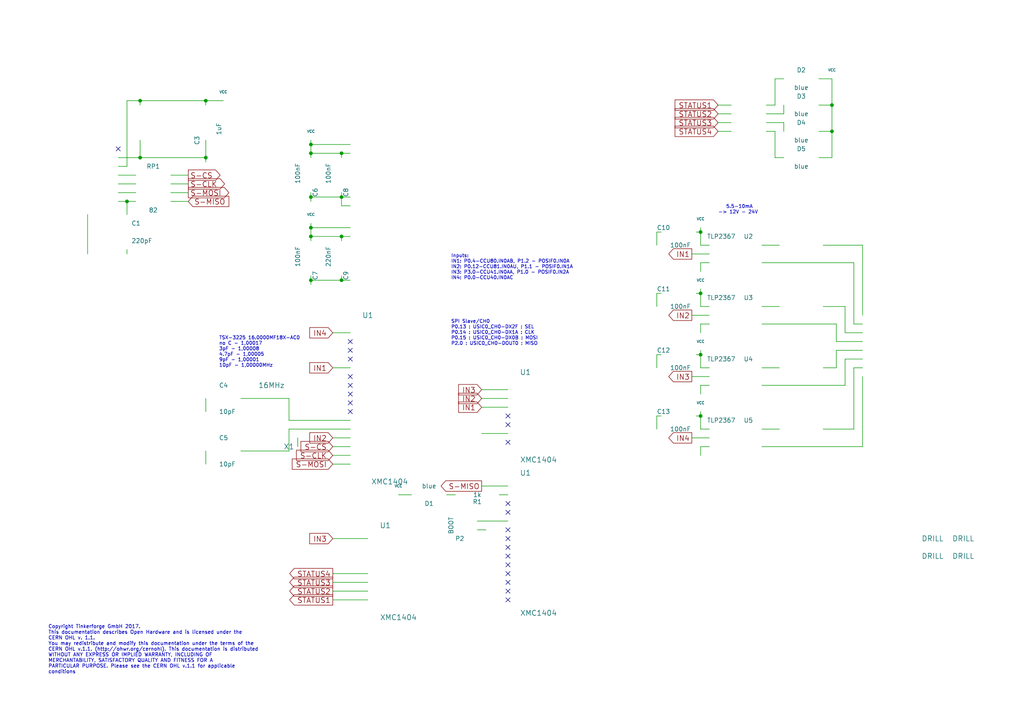
<source format=kicad_sch>
(kicad_sch (version 20230121) (generator eeschema)
  (paper "A4")
  (title_block (title "Industrial Counter Bricklet") (date "2017-09-15") (rev "1.0") (company "Tinkerforge GmbH") (comment 1 "Licensed under CERN OHL v.1.1") (comment 2 "Copyright (©) 2017, B.Nordmeyer <bastian@tinkerforge.com>"))
  (lib_symbols)
  (junction (at 99.06 68.58))
  (junction (at 203.2 102.87))
  (junction (at 99.06 81.28))
  (junction (at 90.17 66.04))
  (junction (at 59.69 29.21))
  (junction (at 40.64 45.72))
  (junction (at 90.17 57.15))
  (junction (at 241.3 30.48))
  (junction (at 203.2 67.31))
  (junction (at 99.06 57.15))
  (junction (at 99.06 44.45))
  (junction (at 40.64 29.21))
  (junction (at 90.17 41.91))
  (junction (at 90.17 68.58))
  (junction (at 59.69 45.72))
  (junction (at 203.2 85.09))
  (junction (at 36.83 58.42))
  (junction (at 90.17 81.28))
  (junction (at 203.2 120.65))
  (junction (at 90.17 44.45))
  (junction (at 241.3 38.1))
  (no_connect (at 147.32 146.05))
  (no_connect (at 101.6 119.38))
  (no_connect (at 147.32 148.59))
  (no_connect (at 147.32 171.45))
  (no_connect (at 147.32 156.21))
  (no_connect (at 147.32 128.27))
  (no_connect (at 147.32 153.67))
  (no_connect (at 101.6 116.84))
  (no_connect (at 101.6 101.6))
  (no_connect (at 147.32 158.75))
  (no_connect (at 101.6 111.76))
  (no_connect (at 147.32 168.91))
  (no_connect (at 147.32 120.65))
  (no_connect (at 101.6 104.14))
  (no_connect (at 147.32 163.83))
  (no_connect (at 147.32 161.29))
  (no_connect (at 147.32 173.99))
  (no_connect (at 147.32 123.19))
  (no_connect (at 101.6 114.3))
  (no_connect (at 101.6 99.06))
  (no_connect (at 101.6 109.22))
  (no_connect (at 34.29 43.18))
  (no_connect (at 147.32 166.37))
  (wire (pts (xy 237.49 22.86) (xy 241.3 22.86)))
  (wire (pts (xy 238.76 88.9) (xy 245.11 88.9)))
  (wire (pts (xy 203.2 124.46) (xy 205.74 124.46)))
  (wire (pts (xy 203.2 102.87) (xy 201.93 102.87)))
  (wire (pts (xy 40.64 45.72) (xy 40.64 40.64)))
  (wire (pts (xy 49.53 53.34) (xy 54.61 53.34)))
  (wire (pts (xy 59.69 30.48) (xy 59.69 29.21)))
  (wire (pts (xy 106.68 166.37) (xy 96.52 166.37)))
  (wire (pts (xy 138.43 151.13) (xy 147.32 151.13)))
  (wire (pts (xy 203.2 66.04) (xy 203.2 67.31)))
  (wire (pts (xy 241.3 38.1) (xy 237.49 38.1)))
  (wire (pts (xy 200.66 109.22) (xy 205.74 109.22)))
  (wire (pts (xy 96.52 127) (xy 101.6 127)))
  (wire (pts (xy 34.29 48.26) (xy 36.83 48.26)))
  (wire (pts (xy 96.52 173.99) (xy 106.68 173.99)))
  (wire (pts (xy 203.2 85.09) (xy 201.93 85.09)))
  (wire (pts (xy 86.36 129.54) (xy 86.36 127)))
  (wire (pts (xy 101.6 132.08) (xy 96.52 132.08)))
  (wire (pts (xy 139.7 125.73) (xy 147.32 125.73)))
  (wire (pts (xy 247.65 106.68) (xy 247.65 124.46)))
  (wire (pts (xy 115.57 143.51) (xy 119.38 143.51)))
  (wire (pts (xy 90.17 66.04) (xy 90.17 68.58)))
  (wire (pts (xy 96.52 129.54) (xy 101.6 129.54)))
  (wire (pts (xy 242.57 99.06) (xy 242.57 93.98)))
  (wire (pts (xy 203.2 120.65) (xy 201.93 120.65)))
  (wire (pts (xy 99.06 44.45) (xy 99.06 45.72)))
  (wire (pts (xy 227.33 35.56) (xy 227.33 38.1)))
  (wire (pts (xy 203.2 106.68) (xy 205.74 106.68)))
  (wire (pts (xy 203.2 93.98) (xy 203.2 96.52)))
  (wire (pts (xy 250.19 99.06) (xy 242.57 99.06)))
  (wire (pts (xy 96.52 106.68) (xy 101.6 106.68)))
  (wire (pts (xy 99.06 59.69) (xy 101.6 59.69)))
  (wire (pts (xy 99.06 57.15) (xy 99.06 59.69)))
  (wire (pts (xy 190.5 88.9) (xy 190.5 85.09)))
  (wire (pts (xy 83.82 124.46) (xy 101.6 124.46)))
  (wire (pts (xy 99.06 68.58) (xy 99.06 69.85)))
  (wire (pts (xy 36.83 29.21) (xy 40.64 29.21)))
  (wire (pts (xy 90.17 40.64) (xy 90.17 41.91)))
  (wire (pts (xy 90.17 64.77) (xy 90.17 66.04)))
  (wire (pts (xy 203.2 88.9) (xy 205.74 88.9)))
  (wire (pts (xy 90.17 68.58) (xy 90.17 69.85)))
  (wire (pts (xy 40.64 45.72) (xy 34.29 45.72)))
  (wire (pts (xy 138.43 153.67) (xy 140.97 153.67)))
  (wire (pts (xy 241.3 45.72) (xy 237.49 45.72)))
  (wire (pts (xy 96.52 168.91) (xy 106.68 168.91)))
  (wire (pts (xy 208.28 30.48) (xy 212.09 30.48)))
  (wire (pts (xy 241.3 30.48) (xy 241.3 38.1)))
  (wire (pts (xy 205.74 93.98) (xy 203.2 93.98)))
  (wire (pts (xy 200.66 73.66) (xy 205.74 73.66)))
  (wire (pts (xy 83.82 121.92) (xy 101.6 121.92)))
  (wire (pts (xy 90.17 55.88) (xy 90.17 57.15)))
  (wire (pts (xy 139.7 113.03) (xy 147.32 113.03)))
  (wire (pts (xy 203.2 71.12) (xy 205.74 71.12)))
  (wire (pts (xy 227.33 33.02) (xy 227.33 30.48)))
  (wire (pts (xy 203.2 76.2) (xy 203.2 78.74)))
  (wire (pts (xy 101.6 41.91) (xy 90.17 41.91)))
  (wire (pts (xy 147.32 118.11) (xy 139.7 118.11)))
  (wire (pts (xy 247.65 124.46) (xy 238.76 124.46)))
  (wire (pts (xy 36.83 58.42) (xy 39.37 58.42)))
  (wire (pts (xy 250.19 71.12) (xy 250.19 91.44)))
  (wire (pts (xy 208.28 33.02) (xy 212.09 33.02)))
  (wire (pts (xy 242.57 93.98) (xy 220.98 93.98)))
  (wire (pts (xy 59.69 29.21) (xy 64.77 29.21)))
  (wire (pts (xy 205.74 76.2) (xy 203.2 76.2)))
  (wire (pts (xy 203.2 111.76) (xy 203.2 114.3)))
  (wire (pts (xy 224.79 38.1) (xy 222.25 38.1)))
  (wire (pts (xy 203.2 120.65) (xy 203.2 124.46)))
  (wire (pts (xy 200.66 127) (xy 205.74 127)))
  (wire (pts (xy 69.85 130.81) (xy 83.82 130.81)))
  (wire (pts (xy 90.17 80.01) (xy 90.17 81.28)))
  (wire (pts (xy 250.19 93.98) (xy 247.65 93.98)))
  (wire (pts (xy 99.06 57.15) (xy 90.17 57.15)))
  (wire (pts (xy 139.7 115.57) (xy 147.32 115.57)))
  (wire (pts (xy 220.98 88.9) (xy 226.06 88.9)))
  (wire (pts (xy 59.69 119.38) (xy 59.69 115.57)))
  (wire (pts (xy 34.29 58.42) (xy 36.83 58.42)))
  (wire (pts (xy 224.79 22.86) (xy 227.33 22.86)))
  (wire (pts (xy 69.85 115.57) (xy 83.82 115.57)))
  (wire (pts (xy 226.06 124.46) (xy 220.98 124.46)))
  (wire (pts (xy 59.69 40.64) (xy 59.69 45.72)))
  (wire (pts (xy 90.17 81.28) (xy 90.17 82.55)))
  (wire (pts (xy 101.6 57.15) (xy 99.06 57.15)))
  (wire (pts (xy 99.06 81.28) (xy 101.6 81.28)))
  (wire (pts (xy 25.4 62.23) (xy 25.4 73.66)))
  (wire (pts (xy 203.2 101.6) (xy 203.2 102.87)))
  (wire (pts (xy 99.06 55.88) (xy 99.06 57.15)))
  (wire (pts (xy 241.3 22.86) (xy 241.3 30.48)))
  (wire (pts (xy 224.79 45.72) (xy 227.33 45.72)))
  (wire (pts (xy 59.69 45.72) (xy 59.69 46.99)))
  (wire (pts (xy 220.98 71.12) (xy 226.06 71.12)))
  (wire (pts (xy 90.17 41.91) (xy 90.17 44.45)))
  (wire (pts (xy 139.7 140.97) (xy 147.32 140.97)))
  (wire (pts (xy 190.5 71.12) (xy 190.5 67.31)))
  (wire (pts (xy 241.3 38.1) (xy 241.3 45.72)))
  (wire (pts (xy 245.11 104.14) (xy 245.11 111.76)))
  (wire (pts (xy 250.19 106.68) (xy 247.65 106.68)))
  (wire (pts (xy 90.17 81.28) (xy 99.06 81.28)))
  (wire (pts (xy 203.2 83.82) (xy 203.2 85.09)))
  (wire (pts (xy 99.06 44.45) (xy 101.6 44.45)))
  (wire (pts (xy 34.29 50.8) (xy 39.37 50.8)))
  (wire (pts (xy 224.79 38.1) (xy 224.79 45.72)))
  (wire (pts (xy 224.79 30.48) (xy 224.79 22.86)))
  (wire (pts (xy 90.17 68.58) (xy 99.06 68.58)))
  (wire (pts (xy 241.3 30.48) (xy 237.49 30.48)))
  (wire (pts (xy 238.76 106.68) (xy 242.57 106.68)))
  (wire (pts (xy 99.06 81.28) (xy 99.06 80.01)))
  (wire (pts (xy 144.78 143.51) (xy 147.32 143.51)))
  (wire (pts (xy 36.83 62.23) (xy 36.83 58.42)))
  (wire (pts (xy 40.64 30.48) (xy 40.64 29.21)))
  (wire (pts (xy 36.83 48.26) (xy 36.83 29.21)))
  (wire (pts (xy 245.11 88.9) (xy 245.11 96.52)))
  (wire (pts (xy 90.17 44.45) (xy 99.06 44.45)))
  (wire (pts (xy 238.76 71.12) (xy 250.19 71.12)))
  (wire (pts (xy 203.2 129.54) (xy 203.2 132.08)))
  (wire (pts (xy 90.17 44.45) (xy 90.17 45.72)))
  (wire (pts (xy 203.2 85.09) (xy 203.2 88.9)))
  (wire (pts (xy 49.53 55.88) (xy 54.61 55.88)))
  (wire (pts (xy 247.65 76.2) (xy 220.98 76.2)))
  (wire (pts (xy 242.57 106.68) (xy 242.57 101.6)))
  (wire (pts (xy 49.53 50.8) (xy 54.61 50.8)))
  (wire (pts (xy 247.65 93.98) (xy 247.65 76.2)))
  (wire (pts (xy 90.17 57.15) (xy 90.17 58.42)))
  (wire (pts (xy 205.74 111.76) (xy 203.2 111.76)))
  (wire (pts (xy 220.98 106.68) (xy 226.06 106.68)))
  (wire (pts (xy 83.82 130.81) (xy 83.82 124.46)))
  (wire (pts (xy 222.25 35.56) (xy 227.33 35.56)))
  (wire (pts (xy 36.83 72.39) (xy 36.83 73.66)))
  (wire (pts (xy 34.29 53.34) (xy 39.37 53.34)))
  (wire (pts (xy 34.29 55.88) (xy 39.37 55.88)))
  (wire (pts (xy 245.11 111.76) (xy 220.98 111.76)))
  (wire (pts (xy 190.5 102.87) (xy 191.77 102.87)))
  (wire (pts (xy 83.82 115.57) (xy 83.82 121.92)))
  (wire (pts (xy 96.52 156.21) (xy 106.68 156.21)))
  (wire (pts (xy 40.64 29.21) (xy 59.69 29.21)))
  (wire (pts (xy 203.2 67.31) (xy 203.2 71.12)))
  (wire (pts (xy 205.74 129.54) (xy 203.2 129.54)))
  (wire (pts (xy 190.5 67.31) (xy 191.77 67.31)))
  (wire (pts (xy 208.28 38.1) (xy 212.09 38.1)))
  (wire (pts (xy 96.52 134.62) (xy 101.6 134.62)))
  (wire (pts (xy 190.5 124.46) (xy 190.5 120.65)))
  (wire (pts (xy 245.11 96.52) (xy 250.19 96.52)))
  (wire (pts (xy 190.5 106.68) (xy 190.5 102.87)))
  (wire (pts (xy 203.2 67.31) (xy 201.93 67.31)))
  (wire (pts (xy 250.19 129.54) (xy 250.19 109.22)))
  (wire (pts (xy 190.5 120.65) (xy 191.77 120.65)))
  (wire (pts (xy 129.54 143.51) (xy 132.08 143.51)))
  (wire (pts (xy 96.52 96.52) (xy 101.6 96.52)))
  (wire (pts (xy 190.5 85.09) (xy 191.77 85.09)))
  (wire (pts (xy 200.66 91.44) (xy 205.74 91.44)))
  (wire (pts (xy 49.53 58.42) (xy 54.61 58.42)))
  (wire (pts (xy 203.2 102.87) (xy 203.2 106.68)))
  (wire (pts (xy 208.28 35.56) (xy 212.09 35.56)))
  (wire (pts (xy 101.6 66.04) (xy 90.17 66.04)))
  (wire (pts (xy 59.69 134.62) (xy 59.69 130.81)))
  (wire (pts (xy 203.2 119.38) (xy 203.2 120.65)))
  (wire (pts (xy 250.19 104.14) (xy 245.11 104.14)))
  (wire (pts (xy 222.25 33.02) (xy 227.33 33.02)))
  (wire (pts (xy 59.69 45.72) (xy 40.64 45.72)))
  (wire (pts (xy 220.98 129.54) (xy 250.19 129.54)))
  (wire (pts (xy 106.68 171.45) (xy 96.52 171.45)))
  (wire (pts (xy 222.25 30.48) (xy 224.79 30.48)))
  (wire (pts (xy 242.57 101.6) (xy 250.19 101.6)))
  (wire (pts (xy 99.06 68.58) (xy 101.6 68.58)))
  (text "SPI Slave/CH0\nP0.13 : USIC0_CH0-DX2F : SEL\nP0.14 : USIC0_CH0-DX1A : CLK\nP0.15 : USIC0_CH0-DX0B : MOSI\nP2.0 : USIC0_CH0-DOUT0 : MISO" (at 130.81 100.33 0) (effects (font (size 0.9906 0.9906)) (justify left bottom)))
  (text "   5.5-10mA\n-> 12V - 24V" (at 208.28 62.23 0) (effects (font (size 0.9906 0.9906)) (justify left bottom)))
  (text "Copyright Tinkerforge GmbH 2017.\nThis documentation describes Open Hardware and is licensed under the\nCERN OHL v. 1.1.\nYou may redistribute and modify this documentation under the terms of the\nCERN OHL v.1.1. (http://ohwr.org/cernohl). This documentation is distributed\nWITHOUT ANY EXPRESS OR IMPLIED WARRANTY, INCLUDING OF\nMERCHANTABILITY, SATISFACTORY QUALITY AND FITNESS FOR A\nPARTICULAR PURPOSE. Please see the CERN OHL v.1.1 for applicable\nconditions\n" (at 13.97 195.58 0) (effects (font (size 1.016 1.016)) (justify left bottom)))
  (text "Inputs:\nIN1: P0.4-CCU80.IN0AB, P1.2 - POSIF0.IN0A\nIN2: P0.12-CCU81.IN0AU, P1.1 - POSIF0.IN1A\nIN3: P3.0-CCU41.IN0AA, P1.0 - POSIF0.IN2A\nIN4: P0.0-CCU40.IN0AC" (at 130.81 81.28 0) (effects (font (size 0.9906 0.9906)) (justify left bottom)))
  (text "TSX-3225 16.0000MF18X-AC0\nno C - 1,00017\n3pF - 1,00008\n4.7pF - 1,00005\n9pF - 1,00001\n10pF - 1,00000MHz" (at 63.5 106.68 0) (effects (font (size 0.9906 0.9906)) (justify left bottom)))
  (global_label "STATUS4" (shape input) (at 208.28 38.1 180) (effects (font (size 1.524 1.524))) (property "Intersheetrefs" "${INTERSHEET_REFS}" (effects hide)))
  (global_label "S-MISO" (shape input) (at 54.61 58.42 0) (effects (font (size 1.524 1.524))) (property "Intersheetrefs" "${INTERSHEET_REFS}" (effects hide)))
  (global_label "IN2" (shape input) (at 96.52 127 180) (effects (font (size 1.524 1.524))) (property "Intersheetrefs" "${INTERSHEET_REFS}" (effects hide)))
  (global_label "STATUS3" (shape output) (at 96.52 168.91 180) (effects (font (size 1.524 1.524))) (property "Intersheetrefs" "${INTERSHEET_REFS}" (effects hide)))
  (global_label "S-MOSI" (shape output) (at 54.61 55.88 0) (effects (font (size 1.524 1.524))) (property "Intersheetrefs" "${INTERSHEET_REFS}" (effects hide)))
  (global_label "S-MISO" (shape output) (at 139.7 140.97 180) (effects (font (size 1.524 1.524))) (property "Intersheetrefs" "${INTERSHEET_REFS}" (effects hide)))
  (global_label "IN1" (shape input) (at 96.52 106.68 180) (effects (font (size 1.524 1.524))) (property "Intersheetrefs" "${INTERSHEET_REFS}" (effects hide)))
  (global_label "STATUS3" (shape input) (at 208.28 35.56 180) (effects (font (size 1.524 1.524))) (property "Intersheetrefs" "${INTERSHEET_REFS}" (effects hide)))
  (global_label "STATUS2" (shape output) (at 96.52 171.45 180) (effects (font (size 1.524 1.524))) (property "Intersheetrefs" "${INTERSHEET_REFS}" (effects hide)))
  (global_label "IN3" (shape input) (at 139.7 113.03 180) (effects (font (size 1.524 1.524))) (property "Intersheetrefs" "${INTERSHEET_REFS}" (effects hide)))
  (global_label "IN3" (shape output) (at 200.66 109.22 180) (effects (font (size 1.524 1.524))) (property "Intersheetrefs" "${INTERSHEET_REFS}" (effects hide)))
  (global_label "IN4" (shape input) (at 96.52 96.52 180) (effects (font (size 1.524 1.524))) (property "Intersheetrefs" "${INTERSHEET_REFS}" (effects hide)))
  (global_label "IN2" (shape input) (at 139.7 115.57 180) (effects (font (size 1.524 1.524))) (property "Intersheetrefs" "${INTERSHEET_REFS}" (effects hide)))
  (global_label "IN4" (shape output) (at 200.66 127 180) (effects (font (size 1.524 1.524))) (property "Intersheetrefs" "${INTERSHEET_REFS}" (effects hide)))
  (global_label "IN2" (shape output) (at 200.66 91.44 180) (effects (font (size 1.524 1.524))) (property "Intersheetrefs" "${INTERSHEET_REFS}" (effects hide)))
  (global_label "STATUS2" (shape input) (at 208.28 33.02 180) (effects (font (size 1.524 1.524))) (property "Intersheetrefs" "${INTERSHEET_REFS}" (effects hide)))
  (global_label "IN1" (shape output) (at 200.66 73.66 180) (effects (font (size 1.524 1.524))) (property "Intersheetrefs" "${INTERSHEET_REFS}" (effects hide)))
  (global_label "STATUS1" (shape input) (at 208.28 30.48 180) (effects (font (size 1.524 1.524))) (property "Intersheetrefs" "${INTERSHEET_REFS}" (effects hide)))
  (global_label "S-CLK" (shape input) (at 96.52 132.08 180) (effects (font (size 1.524 1.524))) (property "Intersheetrefs" "${INTERSHEET_REFS}" (effects hide)))
  (global_label "S-CS" (shape input) (at 96.52 129.54 180) (effects (font (size 1.524 1.524))) (property "Intersheetrefs" "${INTERSHEET_REFS}" (effects hide)))
  (global_label "S-MOSI" (shape input) (at 96.52 134.62 180) (effects (font (size 1.524 1.524))) (property "Intersheetrefs" "${INTERSHEET_REFS}" (effects hide)))
  (global_label "S-CLK" (shape output) (at 54.61 53.34 0) (effects (font (size 1.524 1.524))) (property "Intersheetrefs" "${INTERSHEET_REFS}" (effects hide)))
  (global_label "S-CS" (shape output) (at 54.61 50.8 0) (effects (font (size 1.524 1.524))) (property "Intersheetrefs" "${INTERSHEET_REFS}" (effects hide)))
  (global_label "IN3" (shape input) (at 96.52 156.21 180) (effects (font (size 1.524 1.524))) (property "Intersheetrefs" "${INTERSHEET_REFS}" (effects hide)))
  (global_label "STATUS1" (shape output) (at 96.52 173.99 180) (effects (font (size 1.524 1.524))) (property "Intersheetrefs" "${INTERSHEET_REFS}" (effects hide)))
  (global_label "STATUS4" (shape output) (at 96.52 166.37 180) (effects (font (size 1.524 1.524))) (property "Intersheetrefs" "${INTERSHEET_REFS}" (effects hide)))
  (global_label "IN1" (shape input) (at 139.7 118.11 180) (effects (font (size 1.524 1.524))) (property "Intersheetrefs" "${INTERSHEET_REFS}" (effects hide)))
  (symbol (lib_id "CON-SENSOR2") (at 25.4 50.8 0) (mirror y) (unit 1)
    (property "Reference" "P1" (at 21.59 40.64 0) (effects (font (size 1.524 1.524))))
    (property "Value" "CON-SENSOR2" (at 21.59 50.8 90) (effects (font (size 1.524 1.524))))
    (property "Footprint" "kicad-libraries:CON-SENSOR2" (effects hide))
  )
  (symbol (lib_id "VCC") (at 64.77 29.21 0) (unit 1)
    (property "Reference" "#PWR01" (effects hide))
    (property "Value" "VCC" (at 64.77 26.67 0) (effects (font (size 0.762 0.762))))
  )
  (symbol (lib_id "DRILL") (at 279.4 156.21 0) (unit 1)
    (property "Reference" "U8" (effects hide))
    (property "Value" "DRILL" (at 279.4 156.21 0) (effects (font (size 1.524 1.524))))
    (property "Footprint" "kicad-libraries:DRILL_NP" (effects hide))
  )
  (symbol (lib_id "DRILL") (at 279.4 161.29 0) (unit 1)
    (property "Reference" "U9" (effects hide))
    (property "Value" "DRILL" (at 279.4 161.29 0) (effects (font (size 1.524 1.524))))
    (property "Footprint" "kicad-libraries:DRILL_NP" (effects hide))
  )
  (symbol (lib_id "DRILL") (at 270.51 161.29 0) (unit 1)
    (property "Reference" "U7" (effects hide))
    (property "Value" "DRILL" (at 270.51 161.29 0) (effects (font (size 1.524 1.524))))
    (property "Footprint" "kicad-libraries:DRILL_NP" (effects hide))
  )
  (symbol (lib_id "DRILL") (at 270.51 156.21 0) (unit 1)
    (property "Reference" "U6" (effects hide))
    (property "Value" "DRILL" (at 270.51 156.21 0) (effects (font (size 1.524 1.524))))
    (property "Footprint" "kicad-libraries:DRILL_NP" (effects hide))
  )
  (symbol (lib_id "C") (at 40.64 35.56 180) (unit 1)
    (property "Reference" "C2" (at 38.1 39.37 90) (effects (justify left)))
    (property "Value" "10uF" (at 44.45 35.56 90) (effects (justify left)))
    (property "Footprint" "kicad-libraries:C0805" (effects hide))
  )
  (symbol (lib_id "C") (at 59.69 35.56 180) (unit 1)
    (property "Reference" "C3" (at 57.15 39.37 90) (effects (justify left)))
    (property "Value" "1uF" (at 63.5 35.56 90) (effects (justify left)))
    (property "Footprint" "kicad-libraries:C0603F" (effects hide))
  )
  (symbol (lib_id "GND") (at 59.69 46.99 0) (unit 1)
    (property "Reference" "#PWR02" (effects hide))
    (property "Value" "GND" (effects hide))
  )
  (symbol (lib_id "XMC1XXX48") (at 110.49 115.57 0) (unit 2)
    (property "Reference" "U1" (at 106.68 91.44 0) (effects (font (size 1.524 1.524))))
    (property "Value" "XMC1404" (at 113.03 139.7 0) (effects (font (size 1.524 1.524))))
    (property "Footprint" "kicad-libraries:QFN48-EP2" (effects hide))
  )
  (symbol (lib_id "XMC1XXX48") (at 110.49 60.96 0) (unit 1)
    (property "Reference" "U1" (at 106.68 36.83 0) (effects (font (size 1.524 1.524))))
    (property "Value" "XMC1404" (at 110.49 86.36 0) (effects (font (size 1.524 1.524))))
    (property "Footprint" "kicad-libraries:QFN48-EP2" (effects hide))
  )
  (symbol (lib_id "XMC1XXX48") (at 115.57 163.83 0) (unit 5)
    (property "Reference" "U1" (at 111.76 152.4 0) (effects (font (size 1.524 1.524))))
    (property "Value" "XMC1404" (at 115.57 179.07 0) (effects (font (size 1.524 1.524))))
    (property "Footprint" "kicad-libraries:QFN48-EP2" (effects hide))
  )
  (symbol (lib_id "XMC1XXX48") (at 156.21 153.67 0) (unit 4)
    (property "Reference" "U1" (at 152.4 137.16 0) (effects (font (size 1.524 1.524))))
    (property "Value" "XMC1404" (at 156.21 177.8 0) (effects (font (size 1.524 1.524))))
    (property "Footprint" "kicad-libraries:QFN48-EP2" (effects hide))
  )
  (symbol (lib_id "XMC1XXX48") (at 156.21 120.65 0) (unit 3)
    (property "Reference" "U1" (at 152.4 107.95 0) (effects (font (size 1.524 1.524))))
    (property "Value" "XMC1404" (at 156.21 133.35 0) (effects (font (size 1.524 1.524))))
    (property "Footprint" "kicad-libraries:QFN48-EP2" (effects hide))
  )
  (symbol (lib_id "C") (at 90.17 50.8 0) (unit 1)
    (property "Reference" "C6" (at 91.44 57.15 90) (effects (justify left)))
    (property "Value" "100nF" (at 86.36 53.34 90) (effects (justify left)))
    (property "Footprint" "kicad-libraries:C0603F" (effects hide))
  )
  (symbol (lib_id "C") (at 99.06 50.8 0) (unit 1)
    (property "Reference" "C8" (at 100.33 57.15 90) (effects (justify left)))
    (property "Value" "100nF" (at 95.25 53.34 90) (effects (justify left)))
    (property "Footprint" "kicad-libraries:C0603F" (effects hide))
  )
  (symbol (lib_id "C") (at 99.06 74.93 0) (unit 1)
    (property "Reference" "C9" (at 100.33 81.28 90) (effects (justify left)))
    (property "Value" "220nF" (at 95.25 77.47 90) (effects (justify left)))
    (property "Footprint" "kicad-libraries:C0603F" (effects hide))
  )
  (symbol (lib_id "C") (at 90.17 74.93 0) (unit 1)
    (property "Reference" "C7" (at 91.44 81.28 90) (effects (justify left)))
    (property "Value" "100nF" (at 86.36 77.47 90) (effects (justify left)))
    (property "Footprint" "kicad-libraries:C0603F" (effects hide))
  )
  (symbol (lib_id "VCC") (at 90.17 40.64 0) (unit 1)
    (property "Reference" "#PWR03" (effects hide))
    (property "Value" "VCC" (at 90.17 38.1 0) (effects (font (size 0.762 0.762))))
  )
  (symbol (lib_id "VCC") (at 90.17 64.77 0) (unit 1)
    (property "Reference" "#PWR04" (effects hide))
    (property "Value" "VCC" (at 90.17 62.23 0) (effects (font (size 0.762 0.762))))
  )
  (symbol (lib_id "GND") (at 90.17 58.42 0) (unit 1)
    (property "Reference" "#PWR05" (effects hide))
    (property "Value" "GND" (effects hide))
  )
  (symbol (lib_id "GND") (at 90.17 82.55 0) (unit 1)
    (property "Reference" "#PWR06" (effects hide))
    (property "Value" "GND" (effects hide))
  )
  (symbol (lib_id "LED") (at 232.41 45.72 0) (mirror y) (unit 1)
    (property "Reference" "D5" (at 232.41 43.18 0))
    (property "Value" "blue" (at 232.41 48.26 0))
    (property "Footprint" "kicad-libraries:D0603E" (effects hide))
  )
  (symbol (lib_id "CONN_01X02") (at 133.35 152.4 180) (unit 1)
    (property "Reference" "P2" (at 133.35 156.21 0))
    (property "Value" "BOOT" (at 130.81 152.4 90))
    (property "Footprint" "kicad-libraries:SolderJumper" (effects hide))
  )
  (symbol (lib_id "R_PACK4") (at 217.17 39.37 0) (unit 1)
    (property "Reference" "RP2" (at 217.17 27.94 0))
    (property "Value" "1k" (at 217.17 40.64 0))
    (property "Footprint" "kicad-libraries:0603X4" (effects hide))
  )
  (symbol (lib_id "VCC") (at 241.3 22.86 0) (mirror y) (unit 1)
    (property "Reference" "#PWR07" (effects hide))
    (property "Value" "VCC" (at 241.3 20.32 0) (effects (font (size 0.762 0.762))))
  )
  (symbol (lib_id "C") (at 64.77 115.57 270) (unit 1)
    (property "Reference" "C4" (at 63.5 111.76 90) (effects (justify left)))
    (property "Value" "10pF" (at 63.5 119.38 90) (effects (justify left)))
    (property "Footprint" "kicad-libraries:C0603F" (effects hide))
  )
  (symbol (lib_id "C") (at 64.77 130.81 270) (unit 1)
    (property "Reference" "C5" (at 63.5 127 90) (effects (justify left)))
    (property "Value" "10pF" (at 63.5 134.62 90) (effects (justify left)))
    (property "Footprint" "kicad-libraries:C0603F" (effects hide))
  )
  (symbol (lib_id "GND") (at 59.69 134.62 0) (unit 1)
    (property "Reference" "#PWR08" (effects hide))
    (property "Value" "GND" (effects hide))
  )
  (symbol (lib_id "CRYSTAL_3225") (at 78.74 123.19 90) (unit 1)
    (property "Reference" "X1" (at 83.82 129.54 90) (effects (font (size 1.524 1.524))))
    (property "Value" "16MHz" (at 78.74 111.76 90) (effects (font (size 1.524 1.524))))
    (property "Footprint" "kicad-libraries:CRYSTAL_3225" (effects hide))
  )
  (symbol (lib_id "GND") (at 59.69 119.38 0) (unit 1)
    (property "Reference" "#PWR09" (effects hide))
    (property "Value" "GND" (effects hide))
  )
  (symbol (lib_id "GND") (at 86.36 129.54 0) (unit 1)
    (property "Reference" "#PWR010" (effects hide))
    (property "Value" "GND" (effects hide))
  )
  (symbol (lib_id "GND") (at 140.97 153.67 90) (unit 1)
    (property "Reference" "#PWR011" (effects hide))
    (property "Value" "GND" (effects hide))
  )
  (symbol (lib_id "R_PACK4") (at 44.45 59.69 0) (unit 1)
    (property "Reference" "RP1" (at 44.45 48.26 0))
    (property "Value" "82" (at 44.45 60.96 0))
    (property "Footprint" "kicad-libraries:4X0402" (effects hide))
  )
  (symbol (lib_id "C") (at 36.83 67.31 0) (unit 1)
    (property "Reference" "C1" (at 38.1 64.77 0) (effects (justify left)))
    (property "Value" "220pF" (at 38.1 69.85 0) (effects (justify left)))
    (property "Footprint" "kicad-libraries:C0402F" (effects hide))
  )
  (symbol (lib_id "GND") (at 36.83 73.66 0) (unit 1)
    (property "Reference" "#PWR012" (effects hide))
    (property "Value" "GND" (effects hide))
  )
  (symbol (lib_id "GND") (at 25.4 73.66 0) (unit 1)
    (property "Reference" "#PWR013" (effects hide))
    (property "Value" "GND" (effects hide))
  )
  (symbol (lib_id "CONN_8") (at 259.08 100.33 0) (unit 1)
    (property "Reference" "P3" (at 257.81 100.33 90) (effects (font (size 1.524 1.524))))
    (property "Value" "CONN_8" (at 260.35 100.33 90) (effects (font (size 1.524 1.524))))
    (property "Footprint" "kicad-libraries:OQ_8P" (effects hide))
  )
  (symbol (lib_id "TLP2361") (at 213.36 73.66 0) (mirror y) (unit 1)
    (property "Reference" "U2" (at 218.44 68.58 0) (effects (justify left)))
    (property "Value" "TLP2367" (at 213.36 68.58 0) (effects (justify left)))
    (property "Footprint" "kicad-libraries:SO-5" (effects hide))
  )
  (symbol (lib_id "VCC") (at 203.2 66.04 0) (unit 1)
    (property "Reference" "#PWR014" (effects hide))
    (property "Value" "VCC" (at 203.2 63.5 0) (effects (font (size 0.762 0.762))))
  )
  (symbol (lib_id "C") (at 196.85 67.31 270) (mirror x) (unit 1)
    (property "Reference" "C10" (at 190.5 66.04 90) (effects (justify left)))
    (property "Value" "100nF" (at 194.31 71.12 90) (effects (justify left)))
    (property "Footprint" "kicad-libraries:C0603F" (effects hide))
  )
  (symbol (lib_id "GND") (at 190.5 71.12 0) (unit 1)
    (property "Reference" "#PWR015" (effects hide))
    (property "Value" "GND" (effects hide))
  )
  (symbol (lib_id "GND") (at 203.2 78.74 0) (unit 1)
    (property "Reference" "#PWR016" (effects hide))
    (property "Value" "GND" (effects hide))
  )
  (symbol (lib_id "TLP2361") (at 213.36 91.44 0) (mirror y) (unit 1)
    (property "Reference" "U3" (at 218.44 86.36 0) (effects (justify left)))
    (property "Value" "TLP2367" (at 213.36 86.36 0) (effects (justify left)))
    (property "Footprint" "kicad-libraries:SO-5" (effects hide))
  )
  (symbol (lib_id "VCC") (at 203.2 83.82 0) (unit 1)
    (property "Reference" "#PWR017" (effects hide))
    (property "Value" "VCC" (at 203.2 81.28 0) (effects (font (size 0.762 0.762))))
  )
  (symbol (lib_id "C") (at 196.85 85.09 270) (mirror x) (unit 1)
    (property "Reference" "C11" (at 190.5 83.82 90) (effects (justify left)))
    (property "Value" "100nF" (at 194.31 88.9 90) (effects (justify left)))
    (property "Footprint" "kicad-libraries:C0603F" (effects hide))
  )
  (symbol (lib_id "GND") (at 190.5 88.9 0) (unit 1)
    (property "Reference" "#PWR018" (effects hide))
    (property "Value" "GND" (effects hide))
  )
  (symbol (lib_id "GND") (at 203.2 96.52 0) (unit 1)
    (property "Reference" "#PWR019" (effects hide))
    (property "Value" "GND" (effects hide))
  )
  (symbol (lib_id "TLP2361") (at 213.36 109.22 0) (mirror y) (unit 1)
    (property "Reference" "U4" (at 218.44 104.14 0) (effects (justify left)))
    (property "Value" "TLP2367" (at 213.36 104.14 0) (effects (justify left)))
    (property "Footprint" "kicad-libraries:SO-5" (effects hide))
  )
  (symbol (lib_id "VCC") (at 203.2 101.6 0) (unit 1)
    (property "Reference" "#PWR020" (effects hide))
    (property "Value" "VCC" (at 203.2 99.06 0) (effects (font (size 0.762 0.762))))
  )
  (symbol (lib_id "C") (at 196.85 102.87 270) (mirror x) (unit 1)
    (property "Reference" "C12" (at 190.5 101.6 90) (effects (justify left)))
    (property "Value" "100nF" (at 194.31 106.68 90) (effects (justify left)))
    (property "Footprint" "kicad-libraries:C0603F" (effects hide))
  )
  (symbol (lib_id "GND") (at 190.5 106.68 0) (unit 1)
    (property "Reference" "#PWR021" (effects hide))
    (property "Value" "GND" (effects hide))
  )
  (symbol (lib_id "GND") (at 203.2 114.3 0) (unit 1)
    (property "Reference" "#PWR022" (effects hide))
    (property "Value" "GND" (effects hide))
  )
  (symbol (lib_id "TLP2361") (at 213.36 127 0) (mirror y) (unit 1)
    (property "Reference" "U5" (at 218.44 121.92 0) (effects (justify left)))
    (property "Value" "TLP2367" (at 213.36 121.92 0) (effects (justify left)))
    (property "Footprint" "kicad-libraries:SO-5" (effects hide))
  )
  (symbol (lib_id "VCC") (at 203.2 119.38 0) (unit 1)
    (property "Reference" "#PWR023" (effects hide))
    (property "Value" "VCC" (at 203.2 116.84 0) (effects (font (size 0.762 0.762))))
  )
  (symbol (lib_id "C") (at 196.85 120.65 270) (mirror x) (unit 1)
    (property "Reference" "C13" (at 190.5 119.38 90) (effects (justify left)))
    (property "Value" "100nF" (at 194.31 124.46 90) (effects (justify left)))
    (property "Footprint" "kicad-libraries:C0603F" (effects hide))
  )
  (symbol (lib_id "GND") (at 190.5 124.46 0) (unit 1)
    (property "Reference" "#PWR024" (effects hide))
    (property "Value" "GND" (effects hide))
  )
  (symbol (lib_id "GND") (at 203.2 132.08 0) (unit 1)
    (property "Reference" "#PWR025" (effects hide))
    (property "Value" "GND" (effects hide))
  )
  (symbol (lib_id "R") (at 232.41 71.12 270) (unit 1)
    (property "Reference" "R2" (at 232.41 73.152 90))
    (property "Value" "2.7k 0.5W" (at 232.41 68.58 90))
    (property "Footprint" "kicad-libraries:R1210" (effects hide))
  )
  (symbol (lib_id "R") (at 232.41 88.9 270) (unit 1)
    (property "Reference" "R3" (at 232.41 90.932 90))
    (property "Value" "2.7k 0.5W" (at 232.41 86.36 90))
    (property "Footprint" "kicad-libraries:R1210" (effects hide))
  )
  (symbol (lib_id "R") (at 232.41 106.68 270) (unit 1)
    (property "Reference" "R4" (at 232.41 108.712 90))
    (property "Value" "2.7k 0.5W" (at 232.41 104.14 90))
    (property "Footprint" "kicad-libraries:R1210" (effects hide))
  )
  (symbol (lib_id "R") (at 232.41 124.46 270) (unit 1)
    (property "Reference" "R5" (at 232.41 126.492 90))
    (property "Value" "2.7k 0.5W" (at 232.41 121.92 90))
    (property "Footprint" "kicad-libraries:R1210" (effects hide))
  )
  (symbol (lib_id "LED") (at 232.41 38.1 0) (mirror y) (unit 1)
    (property "Reference" "D4" (at 232.41 35.56 0))
    (property "Value" "blue" (at 232.41 40.64 0))
    (property "Footprint" "kicad-libraries:D0603E" (effects hide))
  )
  (symbol (lib_id "LED") (at 232.41 30.48 0) (mirror y) (unit 1)
    (property "Reference" "D3" (at 232.41 27.94 0))
    (property "Value" "blue" (at 232.41 33.02 0))
    (property "Footprint" "kicad-libraries:D0603E" (effects hide))
  )
  (symbol (lib_id "LED") (at 232.41 22.86 0) (mirror y) (unit 1)
    (property "Reference" "D2" (at 232.41 20.32 0))
    (property "Value" "blue" (at 232.41 25.4 0))
    (property "Footprint" "kicad-libraries:D0603E" (effects hide))
  )
  (symbol (lib_id "LED") (at 124.46 143.51 0) (mirror x) (unit 1)
    (property "Reference" "D1" (at 124.46 146.05 0))
    (property "Value" "blue" (at 124.46 140.97 0))
    (property "Footprint" "kicad-libraries:D0603E" (effects hide))
  )
  (symbol (lib_id "R") (at 138.43 143.51 270) (unit 1)
    (property "Reference" "R1" (at 138.43 145.542 90))
    (property "Value" "1k" (at 138.43 143.51 90))
    (property "Footprint" "kicad-libraries:R0603F" (effects hide))
  )
  (symbol (lib_id "VCC") (at 115.57 143.51 0) (unit 1)
    (property "Reference" "#PWR026" (effects hide))
    (property "Value" "VCC" (at 115.57 140.97 0) (effects (font (size 0.762 0.762))))
  )
  (symbol (lib_id "CONN_01X01") (at 134.62 125.73 180) (unit 1)
    (property "Reference" "J1" (at 134.62 128.27 0))
    (property "Value" "DEBUG" (at 134.62 123.19 0))
    (property "Footprint" "kicad-libraries:DEBUG_PAD" (effects hide))
  )
)
</source>
